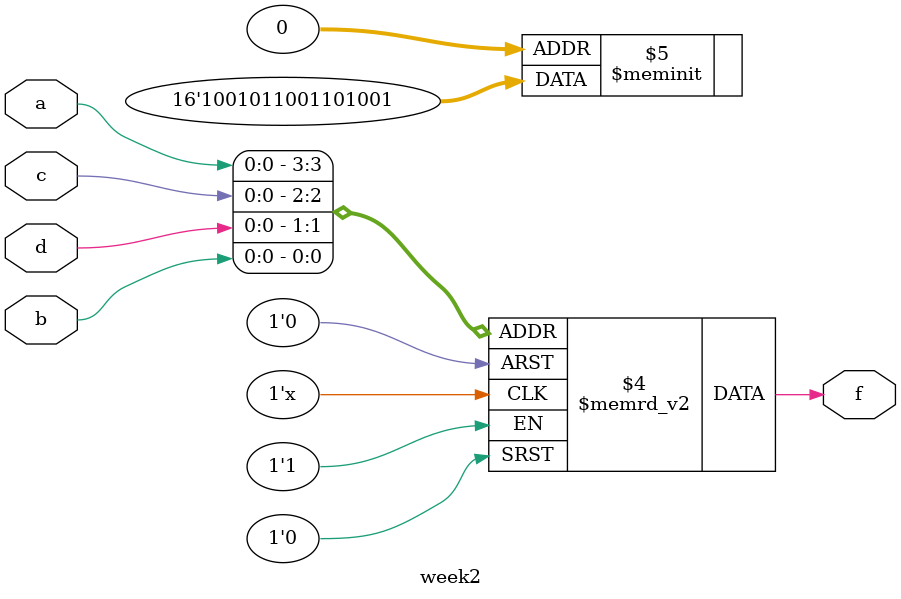
<source format=v>
module week2 (input a, input b, input c, input d, output reg f);

always @ (a, b, c, d)
    case ({a,c,d,b})
        0:  f = 1;
        3:  f = 1;
        5:  f = 1;
        6:  f = 1;
        9:  f = 1;
        10: f = 1;
        12: f = 1;
        15: f = 1;
        default:  f = 0;
    endcase 

endmodule
</source>
